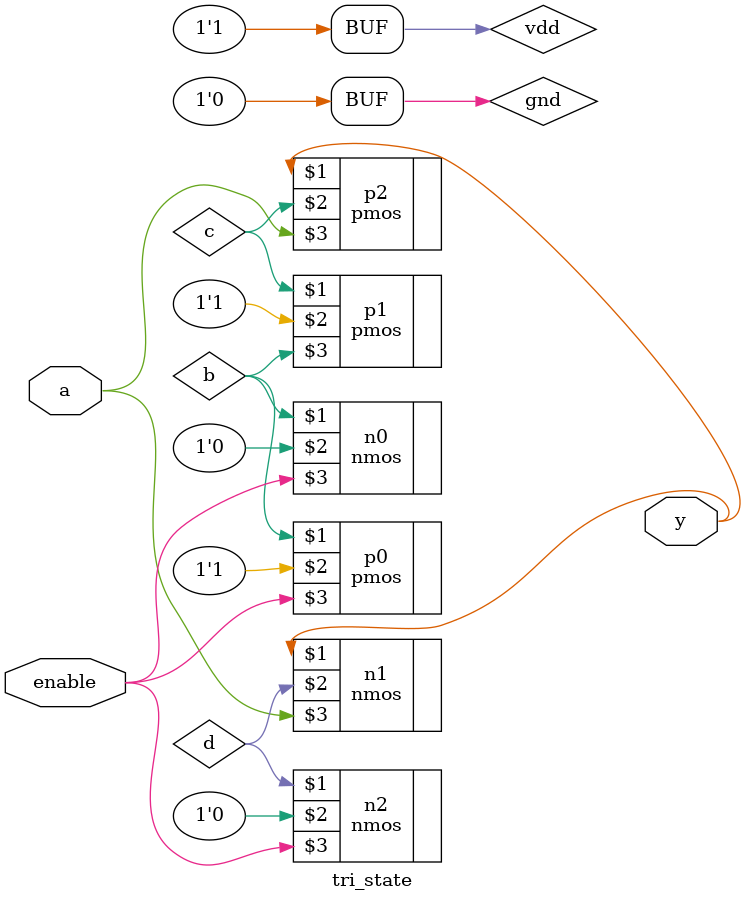
<source format=sv>
`timescale 1ns/1ns
module tri_state (input a,enable,output y);
supply1 vdd;
supply0 gnd;
wire b,c,d;
pmos #(5,6,7)p0(b,vdd,enable);
nmos #(3,4,5)n0(b,gnd,enable);
pmos #(5,6,7)p1(c,vdd,b);
pmos #(5,6,7)p2(y,c,a);
nmos #(3,4,5)n1(y,d,a);
nmos #(3,4,5)n2(d,gnd,enable);
endmodule


</source>
